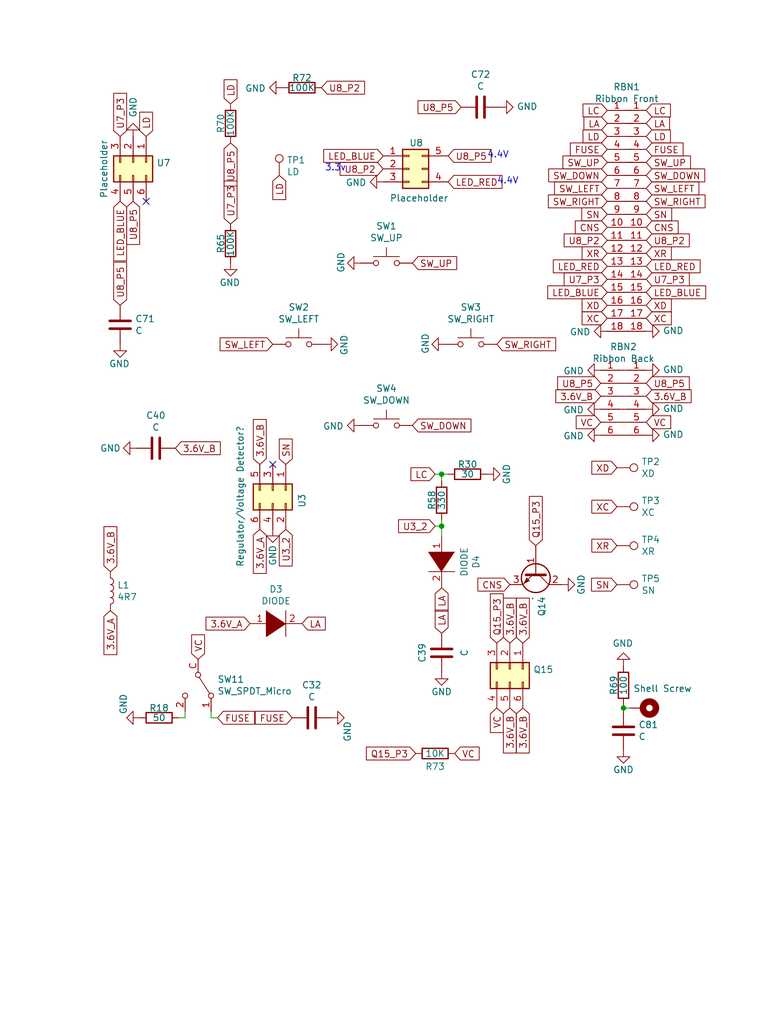
<source format=kicad_sch>
(kicad_sch (version 20230121) (generator eeschema)
  (paper "User" 150.012 200)
  (title_block (title "Power & Button Board") (company "HDR"))
  (lib_symbols
    (symbol "Connector:TestPoint" (pin_numbers hide) (pin_names (offset 0.762) hide)
      (property "Reference" "TP" (at 0 6.858 0))
      (property "Value" "TestPoint" (at 0 5.08 0))
      (symbol "TestPoint_0_1"
        (circle (center 0 3.302) (radius 0.762))
      )
      (symbol "TestPoint_1_1"
        (pin passive line (at 0 0 90) (length 2.54) (name "1") (number "1"))
      )
    )
    (symbol "Connector_Generic:3-2_Con_Placeholder" (pin_names (offset 1.016) hide)
      (property "Reference" "J" (at 1.27 5.08 0))
      (property "Value" "3-2_Con_Placeholder" (at 1.27 -5.08 0))
      (symbol "3-2_Con_Placeholder_1_1"
        (rectangle (start -1.27 -2.413) (end 0 -2.667) (stroke (width 0.1524)))
        (rectangle (start -1.27 0.127) (end 0 -0.127) (stroke (width 0.1524)))
        (rectangle (start -1.27 2.667) (end 0 2.413) (stroke (width 0.1524)))
        (rectangle (start -1.27 3.81) (end 3.81 -3.81) (stroke (width 0.254)) (fill (type background)))
        (rectangle (start 3.81 -2.413) (end 2.54 -2.667) (stroke (width 0.1524)))
        (rectangle (start 3.81 0.127) (end 2.54 -0.127) (stroke (width 0.1524)))
        (rectangle (start 3.81 2.667) (end 2.54 2.413) (stroke (width 0.1524)))
        (pin passive line (at -5.08 2.54 0) (length 3.81) (name "Pin_1") (number "1"))
        (pin passive line (at -5.08 0 0) (length 3.81) (name "Pin_2") (number "2"))
        (pin passive line (at -5.08 -2.54 0) (length 3.81) (name "Pin_3") (number "3"))
        (pin passive line (at 7.62 -2.54 180) (length 3.81) (name "Pin_4") (number "4"))
        (pin passive line (at 7.62 2.54 180) (length 3.81) (name "Pin_5") (number "5"))
      )
    )
    (symbol "Connector_Generic:Conn_02x03_Counter_Clockwise" (pin_names (offset 1.016) hide)
      (property "Reference" "J" (at 1.27 5.08 0))
      (property "Value" "Conn_02x03_Counter_Clockwise" (at 1.27 -5.08 0))
      (symbol "Conn_02x03_Counter_Clockwise_1_1"
        (rectangle (start -1.27 -2.413) (end 0 -2.667) (stroke (width 0.1524)))
        (rectangle (start -1.27 0.127) (end 0 -0.127) (stroke (width 0.1524)))
        (rectangle (start -1.27 2.667) (end 0 2.413) (stroke (width 0.1524)))
        (rectangle (start -1.27 3.81) (end 3.81 -3.81) (stroke (width 0.254)) (fill (type background)))
        (rectangle (start 3.81 -2.413) (end 2.54 -2.667) (stroke (width 0.1524)))
        (rectangle (start 3.81 0.127) (end 2.54 -0.127) (stroke (width 0.1524)))
        (rectangle (start 3.81 2.667) (end 2.54 2.413) (stroke (width 0.1524)))
        (pin passive line (at -5.08 2.54 0) (length 3.81) (name "Pin_1") (number "1"))
        (pin passive line (at -5.08 0 0) (length 3.81) (name "Pin_2") (number "2"))
        (pin passive line (at -5.08 -2.54 0) (length 3.81) (name "Pin_3") (number "3"))
        (pin passive line (at 7.62 -2.54 180) (length 3.81) (name "Pin_4") (number "4"))
        (pin passive line (at 7.62 0 180) (length 3.81) (name "Pin_5") (number "5"))
        (pin passive line (at 7.62 2.54 180) (length 3.81) (name "Pin_6") (number "6"))
      )
    )
    (symbol "Connector_Generic:Conn_02x03_Odd_Even" (pin_names (offset 1.016) hide)
      (property "Reference" "J" (at 1.27 5.08 0))
      (property "Value" "Conn_02x03_Odd_Even" (at 1.27 -5.08 0))
      (symbol "Conn_02x03_Odd_Even_1_1"
        (rectangle (start -1.27 -2.413) (end 0 -2.667) (stroke (width 0.1524)))
        (rectangle (start -1.27 0.127) (end 0 -0.127) (stroke (width 0.1524)))
        (rectangle (start -1.27 2.667) (end 0 2.413) (stroke (width 0.1524)))
        (rectangle (start -1.27 3.81) (end 3.81 -3.81) (stroke (width 0.254)) (fill (type background)))
        (rectangle (start 3.81 -2.413) (end 2.54 -2.667) (stroke (width 0.1524)))
        (rectangle (start 3.81 0.127) (end 2.54 -0.127) (stroke (width 0.1524)))
        (rectangle (start 3.81 2.667) (end 2.54 2.413) (stroke (width 0.1524)))
        (pin passive line (at -5.08 2.54 0) (length 3.81) (name "Pin_1") (number "1"))
        (pin passive line (at 7.62 2.54 180) (length 3.81) (name "Pin_2") (number "2"))
        (pin passive line (at -5.08 0 0) (length 3.81) (name "Pin_3") (number "3"))
        (pin passive line (at 7.62 0 180) (length 3.81) (name "Pin_4") (number "4"))
        (pin passive line (at -5.08 -2.54 0) (length 3.81) (name "Pin_5") (number "5"))
        (pin passive line (at 7.62 -2.54 180) (length 3.81) (name "Pin_6") (number "6"))
      )
    )
    (symbol "Device:C" (pin_numbers hide) (pin_names (offset 0.254))
      (property "Reference" "C" (at 0.635 2.54 0))
      (property "Value" "C" (at 0.635 -2.54 0))
      (symbol "C_0_1"
        (polyline (pts (xy -2.032 -0.762) (xy 2.032 -0.762)) (stroke (width 0.508)))
        (polyline (pts (xy -2.032 0.762) (xy 2.032 0.762)) (stroke (width 0.508)))
      )
      (symbol "C_1_1"
        (pin passive line (at 0 3.81 270) (length 2.794) (name "~") (number "1"))
        (pin passive line (at 0 -3.81 90) (length 2.794) (name "~") (number "2"))
      )
    )
    (symbol "Device:L" (pin_numbers hide) (pin_names (offset 1.016) hide)
      (property "Reference" "L" (at -1.27 0 90))
      (property "Value" "L" (at 1.905 0 90))
      (symbol "L_0_1"
        (arc (start 0 -2.54) (mid 0.6323 -1.905) (end 0 -1.27))
        (arc (start 0 -1.27) (mid 0.6323 -0.635) (end 0 0))
        (arc (start 0 0) (mid 0.6323 0.635) (end 0 1.27))
        (arc (start 0 1.27) (mid 0.6323 1.905) (end 0 2.54))
      )
      (symbol "L_1_1"
        (pin passive line (at 0 3.81 270) (length 1.27) (name "1") (number "1"))
        (pin passive line (at 0 -3.81 90) (length 1.27) (name "2") (number "2"))
      )
    )
    (symbol "Device:Q_NPN_BCE" (pin_names (offset 0) hide)
      (property "Reference" "Q" (at 5.08 1.27 0))
      (property "Value" "Q_NPN_BCE" (at 5.08 -1.27 0))
      (symbol "Q_NPN_BCE_0_1"
        (polyline (pts (xy 0.635 0.635) (xy 2.54 2.54)))
        (polyline (pts (xy 0.635 -0.635) (xy 2.54 -2.54) (xy 2.54 -2.54)))
        (polyline (pts (xy 0.635 1.905) (xy 0.635 -1.905) (xy 0.635 -1.905)) (stroke (width 0.508)))
        (polyline (pts (xy 1.27 -1.778) (xy 1.778 -1.27) (xy 2.286 -2.286) (xy 1.27 -1.778) (xy 1.27 -1.778)) (fill (type outline)))
        (circle (center 1.27 0) (radius 2.8194) (stroke (width 0.254)))
      )
      (symbol "Q_NPN_BCE_1_1"
        (pin input line (at -5.08 0 0) (length 5.715) (name "B") (number "1"))
        (pin passive line (at 2.54 5.08 270) (length 2.54) (name "C") (number "2"))
        (pin passive line (at 2.54 -5.08 90) (length 2.54) (name "E") (number "3"))
      )
    )
    (symbol "Device:R" (pin_numbers hide) (pin_names (offset 0))
      (property "Reference" "R" (at 2.032 0 90))
      (property "Value" "R" (at 0 0 90))
      (symbol "R_0_1"
        (rectangle (start -1.016 -2.54) (end 1.016 2.54) (stroke (width 0.254)))
      )
      (symbol "R_1_1"
        (pin passive line (at 0 3.81 270) (length 1.27) (name "~") (number "1"))
        (pin passive line (at 0 -3.81 90) (length 1.27) (name "~") (number "2"))
      )
    )
    (symbol "Gameboy_Micro_Schematic-rescue:Conn_Passtrough_17-custom" (pin_names (offset 1.016) hide)
      (property "Reference" "J" (at 0 8.89 0))
      (property "Value" "Conn_Passtrough_17-custom" (at -2.54 -43.18 0))
      (symbol "Conn_Passtrough_17-custom_1_1"
        (polyline (pts (xy 0 -6.35) (xy 0.762 -6.35)) (stroke (width 0.1524)))
        (polyline (pts (xy 0 -3.81) (xy 0.762 -3.81)) (stroke (width 0.1524)))
        (polyline (pts (xy 0 -1.27) (xy 0.762 -1.27)) (stroke (width 0.1524)))
        (polyline (pts (xy 0 1.27) (xy 0.762 1.27)) (stroke (width 0.1524)))
        (polyline (pts (xy 0 3.81) (xy 0.762 3.81)) (stroke (width 0.1524)))
        (polyline (pts (xy 0 6.35) (xy 0.762 6.35)) (stroke (width 0.1524)))
        (polyline (pts (xy 1.27 -6.35) (xy 0.508 -6.35)) (stroke (width 0.1524)))
        (polyline (pts (xy 1.27 -3.81) (xy 0.508 -3.81)) (stroke (width 0.1524)))
        (polyline (pts (xy 1.27 -1.27) (xy 0.508 -1.27)) (stroke (width 0.1524)))
        (polyline (pts (xy 1.27 1.27) (xy 0.508 1.27)) (stroke (width 0.1524)))
        (polyline (pts (xy 1.27 3.81) (xy 0.508 3.81)) (stroke (width 0.1524)))
        (polyline (pts (xy 1.27 6.35) (xy 0.508 6.35)) (stroke (width 0.1524)))
        (pin passive line (at -3.81 6.35 0) (length 3.81) (name "Pin_1") (number "1"))
        (pin passive line (at 3.81 6.35 180) (length 3.81) (name "Pin_1") (number "1"))
        (pin passive line (at -3.81 -16.51 0) (length 3.81) (name "Pin_10") (number "10"))
        (pin passive line (at 3.81 -16.51 180) (length 3.81) (name "Pin_10") (number "10"))
        (pin passive line (at -3.81 -19.05 0) (length 3.81) (name "Pin_11") (number "11"))
        (pin passive line (at 3.81 -19.05 180) (length 3.81) (name "Pin_11") (number "11"))
        (pin passive line (at -3.81 -21.59 0) (length 3.81) (name "Pin_12") (number "12"))
        (pin passive line (at 3.81 -21.59 180) (length 3.81) (name "Pin_12") (number "12"))
        (pin passive line (at -3.81 -24.13 0) (length 3.81) (name "Pin_13") (number "13"))
        (pin passive line (at 3.81 -24.13 180) (length 3.81) (name "Pin_13") (number "13"))
        (pin passive line (at -3.81 -26.67 0) (length 3.81) (name "Pin_14") (number "14"))
        (pin passive line (at 3.81 -26.67 180) (length 3.81) (name "Pin_14") (number "14"))
        (pin passive line (at -3.81 -29.21 0) (length 3.81) (name "Pin_15") (number "15"))
        (pin passive line (at 3.81 -29.21 180) (length 3.81) (name "Pin_15") (number "15"))
        (pin passive line (at -3.81 -31.75 0) (length 3.81) (name "Pin_16") (number "16"))
        (pin passive line (at 3.81 -31.75 180) (length 3.81) (name "Pin_16") (number "16"))
        (pin passive line (at -3.81 -34.29 0) (length 3.81) (name "Pin_17") (number "17"))
        (pin passive line (at 3.81 -34.29 180) (length 3.81) (name "Pin_17") (number "17"))
        (pin passive line (at -3.81 -36.83 0) (length 3.81) (name "Pin_18") (number "18"))
        (pin passive line (at 3.81 -36.83 180) (length 3.81) (name "Pin_18") (number "18"))
        (pin passive line (at -3.81 3.81 0) (length 3.81) (name "Pin_2") (number "2"))
        (pin passive line (at 3.81 3.81 180) (length 3.81) (name "Pin_2") (number "2"))
        (pin passive line (at -3.81 1.27 0) (length 3.81) (name "Pin_3") (number "3"))
        (pin passive line (at 3.81 1.27 180) (length 3.81) (name "Pin_3") (number "3"))
        (pin passive line (at -3.81 -1.27 0) (length 3.81) (name "Pin_4") (number "4"))
        (pin passive line (at 3.81 -1.27 180) (length 3.81) (name "Pin_4") (number "4"))
        (pin passive line (at -3.81 -3.81 0) (length 3.81) (name "Pin_5") (number "5"))
        (pin passive line (at 3.81 -3.81 180) (length 3.81) (name "Pin_5") (number "5"))
        (pin passive line (at -3.81 -6.35 0) (length 3.81) (name "Pin_6") (number "6"))
        (pin passive line (at 3.81 -6.35 180) (length 3.81) (name "Pin_6") (number "6"))
        (pin passive line (at -3.81 -8.89 0) (length 3.81) (name "Pin_7") (number "7"))
        (pin passive line (at 3.81 -8.89 180) (length 3.81) (name "Pin_7") (number "7"))
        (pin passive line (at -3.81 -11.43 0) (length 3.81) (name "Pin_8") (number "8"))
        (pin passive line (at 3.81 -11.43 180) (length 3.81) (name "Pin_8") (number "8"))
        (pin passive line (at -3.81 -13.97 0) (length 3.81) (name "Pin_9") (number "9"))
        (pin passive line (at 3.81 -13.97 180) (length 3.81) (name "Pin_9") (number "9"))
      )
    )
    (symbol "Gameboy_Micro_Schematic-rescue:Conn_Passtrough_6-custom" (pin_names (offset 1.016) hide)
      (property "Reference" "J" (at 0 8.89 0))
      (property "Value" "Conn_Passtrough_6-custom" (at 0 -8.89 0))
      (symbol "Conn_Passtrough_6-custom_1_1"
        (polyline (pts (xy 0 -6.35) (xy 0.762 -6.35)) (stroke (width 0.1524)))
        (polyline (pts (xy 0 -3.81) (xy 0.762 -3.81)) (stroke (width 0.1524)))
        (polyline (pts (xy 0 -1.27) (xy 0.762 -1.27)) (stroke (width 0.1524)))
        (polyline (pts (xy 0 1.27) (xy 0.762 1.27)) (stroke (width 0.1524)))
        (polyline (pts (xy 0 3.81) (xy 0.762 3.81)) (stroke (width 0.1524)))
        (polyline (pts (xy 0 6.35) (xy 0.762 6.35)) (stroke (width 0.1524)))
        (polyline (pts (xy 1.27 -6.35) (xy 0.508 -6.35)) (stroke (width 0.1524)))
        (polyline (pts (xy 1.27 -3.81) (xy 0.508 -3.81)) (stroke (width 0.1524)))
        (polyline (pts (xy 1.27 -1.27) (xy 0.508 -1.27)) (stroke (width 0.1524)))
        (polyline (pts (xy 1.27 1.27) (xy 0.508 1.27)) (stroke (width 0.1524)))
        (polyline (pts (xy 1.27 3.81) (xy 0.508 3.81)) (stroke (width 0.1524)))
        (polyline (pts (xy 1.27 6.35) (xy 0.508 6.35)) (stroke (width 0.1524)))
        (pin passive line (at -3.81 6.35 0) (length 3.81) (name "Pin_1") (number "1"))
        (pin passive line (at 5.08 6.35 180) (length 3.81) (name "Pin_1") (number "1"))
        (pin passive line (at -3.81 3.81 0) (length 3.81) (name "Pin_2") (number "2"))
        (pin passive line (at 5.08 3.81 180) (length 3.81) (name "Pin_2") (number "2"))
        (pin passive line (at -3.81 1.27 0) (length 3.81) (name "Pin_3") (number "3"))
        (pin passive line (at 5.08 1.27 180) (length 3.81) (name "Pin_3") (number "3"))
        (pin passive line (at -3.81 -1.27 0) (length 3.81) (name "Pin_4") (number "4"))
        (pin passive line (at 5.08 -1.27 180) (length 3.81) (name "Pin_4") (number "4"))
        (pin passive line (at -3.81 -3.81 0) (length 3.81) (name "Pin_5") (number "5"))
        (pin passive line (at 5.08 -3.81 180) (length 3.81) (name "Pin_5") (number "5"))
        (pin passive line (at -3.81 -6.35 0) (length 3.81) (name "Pin_6") (number "6"))
        (pin passive line (at 5.08 -6.35 180) (length 3.81) (name "Pin_6") (number "6"))
      )
    )
    (symbol "Gameboy_Micro_Schematic-rescue:SW_SPDT_Micro-custom" (pin_names (offset 0) hide)
      (property "Reference" "SW" (at 0 4.318 0))
      (property "Value" "SW_SPDT_Micro-custom" (at 0 -5.08 0))
      (symbol "SW_SPDT_Micro-custom_0_0"
        (circle (center -2.032 0) (radius 0.508))
        (circle (center 2.032 -2.54) (radius 0.508))
      )
      (symbol "SW_SPDT_Micro-custom_0_1"
        (polyline (pts (xy -1.524 0.254) (xy 1.651 2.286)))
        (circle (center 2.032 2.54) (radius 0.508))
      )
      (symbol "SW_SPDT_Micro-custom_1_1"
        (pin passive line (at 5.08 2.54 180) (length 2.54) (name "A") (number "1"))
        (pin passive line (at 5.08 -2.54 180) (length 2.54) (name "B") (number "2"))
        (pin passive line (at -5.08 0 0) (length 2.54) (name "C") (number "C"))
      )
    )
    (symbol "Mechanical:MountingHole_Pad" (pin_numbers hide) (pin_names (offset 1.016) hide)
      (property "Reference" "H" (at 0 6.35 0))
      (property "Value" "MountingHole_Pad" (at 0 4.445 0))
      (symbol "MountingHole_Pad_0_1"
        (circle (center 0 1.27) (radius 1.27) (stroke (width 1.27)))
      )
      (symbol "MountingHole_Pad_1_1"
        (pin input line (at 0 -2.54 90) (length 2.54) (name "1") (number "1"))
      )
    )
    (symbol "Switch:SW_Push" (pin_numbers hide) (pin_names (offset 1.016) hide)
      (property "Reference" "SW" (at 1.27 2.54 0))
      (property "Value" "SW_Push" (at 0 -1.524 0))
      (symbol "SW_Push_0_1"
        (circle (center -2.032 0) (radius 0.508))
        (polyline (pts (xy 0 1.27) (xy 0 3.048)))
        (polyline (pts (xy 2.54 1.27) (xy -2.54 1.27)))
        (circle (center 2.032 0) (radius 0.508))
        (pin passive line (at -5.08 0 0) (length 2.54) (name "1") (number "1"))
        (pin passive line (at 5.08 0 180) (length 2.54) (name "2") (number "2"))
      )
    )
    (symbol "power:GND" (power) (pin_names (offset 0))
      (property "Value" "GND" (at 0 -3.81 0))
      (symbol "GND_0_1"
        (polyline (pts (xy 0 0) (xy 0 -1.27) (xy 1.27 -1.27) (xy 0 -2.54) (xy -1.27 -1.27) (xy 0 -1.27)))
      )
      (symbol "GND_1_1"
        (pin power_in line (at 0 0 270) (length 0) hide (name "GND") (number "1"))
      )
    )
    (symbol "pspice:DIODE" (pin_names (offset 1.016) hide)
      (property "Reference" "D" (at 0 3.81 0))
      (property "Value" "DIODE" (at 0 -4.445 0))
      (symbol "DIODE_0_1"
        (polyline (pts (xy 1.905 2.54) (xy 1.905 -2.54)))
        (polyline (pts (xy -1.905 2.54) (xy -1.905 -2.54) (xy 1.905 0)) (fill (type outline)))
      )
      (symbol "DIODE_1_1"
        (pin input line (at -5.08 0 0) (length 3.81) (name "K") (number "1"))
        (pin input line (at 5.08 0 180) (length 3.81) (name "A") (number "2"))
      )
    )
  )
  (junction (at 86.36 92.71))
  (junction (at 86.36 102.87))
  (junction (at 121.92 138.43))
  (no_connect (at 53.34 90.805))
  (no_connect (at 28.575 39.37))
  (wire (pts (xy 41.275 139.065) (xy 41.275 140.335)))
  (wire (pts (xy 86.36 104.775) (xy 86.36 102.87)))
  (wire (pts (xy 36.195 139.065) (xy 36.195 140.335)))
  (wire (pts (xy 86.36 93.98) (xy 86.36 92.71)))
  (wire (pts (xy 41.275 140.335) (xy 42.545 140.335)))
  (wire (pts (xy 36.195 140.335) (xy 34.925 140.335)))
  (wire (pts (xy 85.09 102.87) (xy 86.36 102.87)))
  (wire (pts (xy 121.92 138.43) (xy 121.92 139.065)))
  (wire (pts (xy 86.36 92.71) (xy 87.63 92.71)))
  (wire (pts (xy 121.92 137.795) (xy 121.92 138.43)))
  (wire (pts (xy 86.36 102.87) (xy 86.36 101.6)))
  (wire (pts (xy 86.36 92.71) (xy 85.09 92.71)))
  (wire (pts (xy 121.92 138.43) (xy 123.19 138.43)))
  (text "4.4V" (at 95.25 31.115 0) (effects (font (size 1.27 1.27)) (justify left bottom)))
  (text "3.3v" (at 63.5 33.655 0) (effects (font (size 1.27 1.27)) (justify left bottom)))
  (text "4.4V" (at 97.155 36.195 0) (effects (font (size 1.27 1.27)) (justify left bottom)))
  (global_label "LED_RED" (shape input) (at 87.63 35.56 0) (property "Intersheetrefs" "${INTERSHEET_REFS}" (effects hide)))
  (global_label "VC" (shape input) (at 117.475 82.55 180) (property "Intersheetrefs" "${INTERSHEET_REFS}" (effects hide)))
  (global_label "SW_DOWN" (shape input) (at 80.645 83.185 0) (property "Intersheetrefs" "${INTERSHEET_REFS}" (effects hide)))
  (global_label "3.6V_B" (shape input) (at 102.235 138.43 270) (property "Intersheetrefs" "${INTERSHEET_REFS}" (effects hide)))
  (global_label "U8_P5" (shape input) (at 26.035 39.37 270) (property "Intersheetrefs" "${INTERSHEET_REFS}" (effects hide)))
  (global_label "SW_UP" (shape input) (at 126.365 31.75 0) (property "Intersheetrefs" "${INTERSHEET_REFS}" (effects hide)))
  (global_label "3.6V_A" (shape input) (at 50.8 103.505 270) (property "Intersheetrefs" "${INTERSHEET_REFS}" (effects hide)))
  (global_label "U8_P2" (shape input) (at 118.745 46.99 180) (property "Intersheetrefs" "${INTERSHEET_REFS}" (effects hide)))
  (global_label "U7_P3" (shape input) (at 23.495 26.67 90) (property "Intersheetrefs" "${INTERSHEET_REFS}" (effects hide)))
  (global_label "FUSE" (shape input) (at 42.545 140.335 0) (property "Intersheetrefs" "${INTERSHEET_REFS}" (effects hide)))
  (global_label "Q15_P3" (shape input) (at 97.155 125.73 90) (property "Intersheetrefs" "${INTERSHEET_REFS}" (effects hide)))
  (global_label "XR" (shape input) (at 126.365 49.53 0) (property "Intersheetrefs" "${INTERSHEET_REFS}" (effects hide)))
  (global_label "LED_RED" (shape input) (at 126.365 52.07 0) (property "Intersheetrefs" "${INTERSHEET_REFS}" (effects hide)))
  (global_label "XR" (shape input) (at 118.745 49.53 180) (property "Intersheetrefs" "${INTERSHEET_REFS}" (effects hide)))
  (global_label "SW_LEFT" (shape input) (at 53.34 67.31 180) (property "Intersheetrefs" "${INTERSHEET_REFS}" (effects hide)))
  (global_label "SW_LEFT" (shape input) (at 118.745 36.83 180) (property "Intersheetrefs" "${INTERSHEET_REFS}" (effects hide)))
  (global_label "3.6V_B" (shape input) (at 126.365 77.47 0) (property "Intersheetrefs" "${INTERSHEET_REFS}" (effects hide)))
  (global_label "CNS" (shape input) (at 99.695 114.3 180) (property "Intersheetrefs" "${INTERSHEET_REFS}" (effects hide)))
  (global_label "LD" (shape input) (at 118.745 26.67 180) (property "Intersheetrefs" "${INTERSHEET_REFS}" (effects hide)))
  (global_label "SW_UP" (shape input) (at 118.745 31.75 180) (property "Intersheetrefs" "${INTERSHEET_REFS}" (effects hide)))
  (global_label "LD" (shape input) (at 45.085 20.32 90) (property "Intersheetrefs" "${INTERSHEET_REFS}" (effects hide)))
  (global_label "LED_BLUE" (shape input) (at 74.93 30.48 180) (property "Intersheetrefs" "${INTERSHEET_REFS}" (effects hide)))
  (global_label "CNS" (shape input) (at 126.365 44.45 0) (property "Intersheetrefs" "${INTERSHEET_REFS}" (effects hide)))
  (global_label "XD" (shape input) (at 118.745 59.69 180) (property "Intersheetrefs" "${INTERSHEET_REFS}" (effects hide)))
  (global_label "3.6V_B" (shape input) (at 99.695 138.43 270) (property "Intersheetrefs" "${INTERSHEET_REFS}" (effects hide)))
  (global_label "U7_P3" (shape input) (at 118.745 54.61 180) (property "Intersheetrefs" "${INTERSHEET_REFS}" (effects hide)))
  (global_label "LA" (shape input) (at 86.36 114.935 270) (property "Intersheetrefs" "${INTERSHEET_REFS}" (effects hide)))
  (global_label "3.6V_B" (shape input) (at 117.475 77.47 180) (property "Intersheetrefs" "${INTERSHEET_REFS}" (effects hide)))
  (global_label "XD" (shape input) (at 120.65 91.44 180) (property "Intersheetrefs" "${INTERSHEET_REFS}" (effects hide)))
  (global_label "SW_RIGHT" (shape input) (at 118.745 39.37 180) (property "Intersheetrefs" "${INTERSHEET_REFS}" (effects hide)))
  (global_label "LA" (shape input) (at 59.055 121.92 0) (property "Intersheetrefs" "${INTERSHEET_REFS}" (effects hide)))
  (global_label "Q15_P3" (shape input) (at 81.28 147.32 180) (property "Intersheetrefs" "${INTERSHEET_REFS}" (effects hide)))
  (global_label "SN" (shape input) (at 118.745 41.91 180) (property "Intersheetrefs" "${INTERSHEET_REFS}" (effects hide)))
  (global_label "VC" (shape input) (at 38.735 128.905 90) (property "Intersheetrefs" "${INTERSHEET_REFS}" (effects hide)))
  (global_label "U8_P5" (shape input) (at 23.495 59.69 90) (property "Intersheetrefs" "${INTERSHEET_REFS}" (effects hide)))
  (global_label "LA" (shape input) (at 86.36 123.825 90) (property "Intersheetrefs" "${INTERSHEET_REFS}" (effects hide)))
  (global_label "LC" (shape input) (at 126.365 21.59 0) (property "Intersheetrefs" "${INTERSHEET_REFS}" (effects hide)))
  (global_label "FUSE" (shape input) (at 118.745 29.21 180) (property "Intersheetrefs" "${INTERSHEET_REFS}" (effects hide)))
  (global_label "LD" (shape input) (at 126.365 26.67 0) (property "Intersheetrefs" "${INTERSHEET_REFS}" (effects hide)))
  (global_label "SN" (shape input) (at 55.88 90.805 90) (property "Intersheetrefs" "${INTERSHEET_REFS}" (effects hide)))
  (global_label "LA" (shape input) (at 118.745 24.13 180) (property "Intersheetrefs" "${INTERSHEET_REFS}" (effects hide)))
  (global_label "SW_DOWN" (shape input) (at 118.745 34.29 180) (property "Intersheetrefs" "${INTERSHEET_REFS}" (effects hide)))
  (global_label "3.6V_B" (shape input) (at 102.235 125.73 90) (property "Intersheetrefs" "${INTERSHEET_REFS}" (effects hide)))
  (global_label "U8_P5" (shape input) (at 90.17 20.955 180) (property "Intersheetrefs" "${INTERSHEET_REFS}" (effects hide)))
  (global_label "3.6V_A" (shape input) (at 48.895 121.92 180) (property "Intersheetrefs" "${INTERSHEET_REFS}" (effects hide)))
  (global_label "U8_P5" (shape input) (at 45.085 27.94 270) (property "Intersheetrefs" "${INTERSHEET_REFS}" (effects hide)))
  (global_label "SN" (shape input) (at 126.365 41.91 0) (property "Intersheetrefs" "${INTERSHEET_REFS}" (effects hide)))
  (global_label "U8_P2" (shape input) (at 62.865 17.145 0) (property "Intersheetrefs" "${INTERSHEET_REFS}" (effects hide)))
  (global_label "LED_BLUE" (shape input) (at 126.365 57.15 0) (property "Intersheetrefs" "${INTERSHEET_REFS}" (effects hide)))
  (global_label "U8_P5" (shape input) (at 87.63 30.48 0) (property "Intersheetrefs" "${INTERSHEET_REFS}" (effects hide)))
  (global_label "CNS" (shape input) (at 118.745 44.45 180) (property "Intersheetrefs" "${INTERSHEET_REFS}" (effects hide)))
  (global_label "U3_2" (shape input) (at 55.88 103.505 270) (property "Intersheetrefs" "${INTERSHEET_REFS}" (effects hide)))
  (global_label "VC" (shape input) (at 88.9 147.32 0) (property "Intersheetrefs" "${INTERSHEET_REFS}" (effects hide)))
  (global_label "SW_UP" (shape input) (at 80.645 51.435 0) (property "Intersheetrefs" "${INTERSHEET_REFS}" (effects hide)))
  (global_label "U8_P5" (shape input) (at 117.475 74.93 180) (property "Intersheetrefs" "${INTERSHEET_REFS}" (effects hide)))
  (global_label "LA" (shape input) (at 126.365 24.13 0) (property "Intersheetrefs" "${INTERSHEET_REFS}" (effects hide)))
  (global_label "3.6V_A" (shape input) (at 21.59 119.38 270) (property "Intersheetrefs" "${INTERSHEET_REFS}" (effects hide)))
  (global_label "U8_P5" (shape input) (at 126.365 74.93 0) (property "Intersheetrefs" "${INTERSHEET_REFS}" (effects hide)))
  (global_label "XC" (shape input) (at 120.65 99.06 180) (property "Intersheetrefs" "${INTERSHEET_REFS}" (effects hide)))
  (global_label "LD" (shape input) (at 54.61 34.29 270) (property "Intersheetrefs" "${INTERSHEET_REFS}" (effects hide)))
  (global_label "3.6V_B" (shape input) (at 21.59 111.76 90) (property "Intersheetrefs" "${INTERSHEET_REFS}" (effects hide)))
  (global_label "XR" (shape input) (at 120.65 106.68 180) (property "Intersheetrefs" "${INTERSHEET_REFS}" (effects hide)))
  (global_label "3.6V_B" (shape input) (at 99.695 125.73 90) (property "Intersheetrefs" "${INTERSHEET_REFS}" (effects hide)))
  (global_label "LD" (shape input) (at 28.575 26.67 90) (property "Intersheetrefs" "${INTERSHEET_REFS}" (effects hide)))
  (global_label "SN" (shape input) (at 120.65 114.3 180) (property "Intersheetrefs" "${INTERSHEET_REFS}" (effects hide)))
  (global_label "XC" (shape input) (at 118.745 62.23 180) (property "Intersheetrefs" "${INTERSHEET_REFS}" (effects hide)))
  (global_label "VC" (shape input) (at 126.365 82.55 0) (property "Intersheetrefs" "${INTERSHEET_REFS}" (effects hide)))
  (global_label "FUSE" (shape input) (at 126.365 29.21 0) (property "Intersheetrefs" "${INTERSHEET_REFS}" (effects hide)))
  (global_label "SW_RIGHT" (shape input) (at 97.155 67.31 0) (property "Intersheetrefs" "${INTERSHEET_REFS}" (effects hide)))
  (global_label "XD" (shape input) (at 126.365 59.69 0) (property "Intersheetrefs" "${INTERSHEET_REFS}" (effects hide)))
  (global_label "U7_P3" (shape input) (at 45.085 43.815 90) (property "Intersheetrefs" "${INTERSHEET_REFS}" (effects hide)))
  (global_label "LED_BLUE" (shape input) (at 118.745 57.15 180) (property "Intersheetrefs" "${INTERSHEET_REFS}" (effects hide)))
  (global_label "U8_P2" (shape input) (at 126.365 46.99 0) (property "Intersheetrefs" "${INTERSHEET_REFS}" (effects hide)))
  (global_label "U7_P3" (shape input) (at 126.365 54.61 0) (property "Intersheetrefs" "${INTERSHEET_REFS}" (effects hide)))
  (global_label "3.6V_B" (shape input) (at 34.29 87.63 0) (property "Intersheetrefs" "${INTERSHEET_REFS}" (effects hide)))
  (global_label "U3_2" (shape input) (at 85.09 102.87 180) (property "Intersheetrefs" "${INTERSHEET_REFS}" (effects hide)))
  (global_label "FUSE" (shape input) (at 57.15 140.335 180) (property "Intersheetrefs" "${INTERSHEET_REFS}" (effects hide)))
  (global_label "LC" (shape input) (at 118.745 21.59 180) (property "Intersheetrefs" "${INTERSHEET_REFS}" (effects hide)))
  (global_label "XC" (shape input) (at 126.365 62.23 0) (property "Intersheetrefs" "${INTERSHEET_REFS}" (effects hide)))
  (global_label "SW_RIGHT" (shape input) (at 126.365 39.37 0) (property "Intersheetrefs" "${INTERSHEET_REFS}" (effects hide)))
  (global_label "SW_LEFT" (shape input) (at 126.365 36.83 0) (property "Intersheetrefs" "${INTERSHEET_REFS}" (effects hide)))
  (global_label "LED_BLUE" (shape input) (at 23.495 39.37 270) (property "Intersheetrefs" "${INTERSHEET_REFS}" (effects hide)))
  (global_label "VC" (shape input) (at 97.155 138.43 270) (property "Intersheetrefs" "${INTERSHEET_REFS}" (effects hide)))
  (global_label "LED_RED" (shape input) (at 118.745 52.07 180) (property "Intersheetrefs" "${INTERSHEET_REFS}" (effects hide)))
  (global_label "SW_DOWN" (shape input) (at 126.365 34.29 0) (property "Intersheetrefs" "${INTERSHEET_REFS}" (effects hide)))
  (global_label "U8_P2" (shape input) (at 74.93 33.02 180) (property "Intersheetrefs" "${INTERSHEET_REFS}" (effects hide)))
  (global_label "Q15_P3" (shape input) (at 104.775 106.68 90) (property "Intersheetrefs" "${INTERSHEET_REFS}" (effects hide)))
  (global_label "3.6V_B" (shape input) (at 50.8 90.805 90) (property "Intersheetrefs" "${INTERSHEET_REFS}" (effects hide)))
  (global_label "LC" (shape input) (at 85.09 92.71 180) (property "Intersheetrefs" "${INTERSHEET_REFS}" (effects hide)))
  (symbol (lib_id "Switch:SW_Push") (at 58.42 67.31 0) (unit 1)
    (property "Reference" "SW2" (at 58.42 60.071 0))
    (property "Value" "SW_LEFT" (at 58.42 62.3824 0))
  )
  (symbol (lib_id "Switch:SW_Push") (at 75.565 51.435 0) (unit 1)
    (property "Reference" "SW1" (at 75.565 44.196 0))
    (property "Value" "SW_UP" (at 75.565 46.5074 0))
  )
  (symbol (lib_id "Switch:SW_Push") (at 92.075 67.31 0) (unit 1)
    (property "Reference" "SW3" (at 92.075 60.071 0))
    (property "Value" "SW_RIGHT" (at 92.075 62.3824 0))
  )
  (symbol (lib_id "Switch:SW_Push") (at 75.565 83.185 0) (unit 1)
    (property "Reference" "SW4" (at 75.565 75.946 0))
    (property "Value" "SW_DOWN" (at 75.565 78.2574 0))
  )
  (symbol (lib_id "Device:R") (at 59.055 17.145 270) (unit 1)
    (property "Reference" "R72" (at 59.055 15.24 90))
    (property "Value" "100K" (at 59.055 17.145 90))
  )
  (symbol (lib_id "Device:R") (at 45.085 24.13 0) (unit 1)
    (property "Reference" "R70" (at 43.18 24.13 90))
    (property "Value" "100K" (at 45.085 24.13 90))
  )
  (symbol (lib_id "Device:R") (at 45.085 47.625 0) (unit 1)
    (property "Reference" "R65" (at 43.18 47.625 90))
    (property "Value" "100K" (at 45.085 47.625 90))
  )
  (symbol (lib_id "Device:C") (at 23.495 63.5 0) (unit 1)
    (property "Reference" "C71" (at 26.416 62.3316 0) (effects (justify left)))
    (property "Value" "C" (at 26.416 64.643 0) (effects (justify left)))
  )
  (symbol (lib_id "Device:C") (at 93.98 20.955 90) (unit 1)
    (property "Reference" "C72" (at 93.98 14.5542 90))
    (property "Value" "C" (at 93.98 16.8656 90))
  )
  (symbol (lib_id "Device:R") (at 91.44 92.71 270) (unit 1)
    (property "Reference" "R30" (at 91.44 90.805 90))
    (property "Value" "30" (at 91.44 92.71 90))
  )
  (symbol (lib_id "Device:C") (at 30.48 87.63 90) (unit 1)
    (property "Reference" "C40" (at 30.48 81.2292 90))
    (property "Value" "C" (at 30.48 83.5406 90))
  )
  (symbol (lib_id "Device:R") (at 86.36 97.79 0) (unit 1)
    (property "Reference" "R58" (at 84.455 97.79 90))
    (property "Value" "330" (at 86.36 97.79 90))
  )
  (symbol (lib_id "pspice:DIODE") (at 86.36 109.855 270) (unit 1)
    (property "Reference" "D4" (at 93.091 109.855 0))
    (property "Value" "DIODE" (at 90.7796 109.855 0))
  )
  (symbol (lib_id "Device:L") (at 21.59 115.57 0) (unit 1)
    (property "Reference" "L1" (at 22.9108 114.4016 0) (effects (justify left)))
    (property "Value" "4R7" (at 22.9108 116.713 0) (effects (justify left)))
  )
  (symbol (lib_id "pspice:DIODE") (at 53.975 121.92 0) (unit 1)
    (property "Reference" "D3" (at 53.975 115.189 0))
    (property "Value" "DIODE" (at 53.975 117.5004 0))
  )
  (symbol (lib_id "Device:R") (at 85.09 147.32 90) (unit 1)
    (property "Reference" "R73" (at 85.09 149.86 90))
    (property "Value" "10K" (at 85.09 147.32 90))
  )
  (symbol (lib_id "Device:C") (at 60.96 140.335 90) (unit 1)
    (property "Reference" "C32" (at 60.96 133.9342 90))
    (property "Value" "C" (at 60.96 136.2456 90))
  )
  (symbol (lib_id "Device:Q_NPN_BCE") (at 104.775 111.76 270) (unit 1)
    (property "Reference" "Q14" (at 105.9434 116.586 0) (effects (justify left)))
    (property "Value" "." (at 103.632 116.586 0) (effects (justify left)))
  )
  (symbol (lib_id "Connector_Generic:Conn_02x03_Odd_Even") (at 53.34 95.885 270) (unit 1)
    (property "Reference" "U3" (at 59.055 96.52 0) (effects (justify left)))
    (property "Value" "Regulator/Voltage Detector?" (at 46.99 83.185 0) (effects (justify left)))
  )
  (symbol (lib_id "Device:R") (at 121.92 133.985 180) (unit 1)
    (property "Reference" "R69" (at 120.015 133.985 90))
    (property "Value" "100" (at 121.92 133.985 90))
  )
  (symbol (lib_id "Device:C") (at 121.92 142.875 180) (unit 1)
    (property "Reference" "C81" (at 124.841 141.7066 0) (effects (justify right)))
    (property "Value" "C" (at 124.841 144.018 0) (effects (justify right)))
  )
  (symbol (lib_id "power:GND") (at 70.485 51.435 270) (unit 1)
    (property "Reference" "#PWR?" (effects hide))
    (property "Value" "GND" (at 66.675 53.34 0) (effects (justify right)))
  )
  (symbol (lib_id "power:GND") (at 70.485 83.185 270) (unit 1)
    (property "Reference" "#PWR?" (effects hide))
    (property "Value" "GND" (at 67.2338 83.312 90) (effects (justify right)))
  )
  (symbol (lib_id "power:GND") (at 27.305 140.335 270) (unit 1)
    (property "Reference" "#PWR?" (effects hide))
    (property "Value" "GND" (at 24.13 139.7 0) (effects (justify right)))
  )
  (symbol (lib_id "Device:R") (at 31.115 140.335 270) (unit 1)
    (property "Reference" "R18" (at 31.115 138.43 90))
    (property "Value" "50" (at 31.115 140.335 90))
  )
  (symbol (lib_id "power:GND") (at 121.92 130.175 180) (unit 1)
    (property "Reference" "#PWR?" (effects hide))
    (property "Value" "GND" (at 121.793 125.7808 0))
  )
  (symbol (lib_id "power:GND") (at 121.92 146.685 0) (unit 1)
    (property "Reference" "#PWR?" (effects hide))
    (property "Value" "GND" (at 121.92 150.495 0))
  )
  (symbol (lib_id "Mechanical:MountingHole_Pad") (at 125.73 138.43 270) (unit 1)
    (property "Reference" "H1" (effects hide))
    (property "Value" "Shell Screw" (at 123.825 134.62 90) (effects (justify left)))
  )
  (symbol (lib_id "Gameboy_Micro_Schematic-rescue:Conn_Passtrough_17-custom") (at 122.555 27.94 0) (unit 1)
    (property "Reference" "RBN1" (at 122.555 16.9926 0))
    (property "Value" "Ribbon Front" (at 122.555 19.304 0))
  )
  (symbol (lib_id "Gameboy_Micro_Schematic-rescue:Conn_Passtrough_6-custom") (at 121.285 78.74 0) (unit 1)
    (property "Reference" "RBN2" (at 121.92 67.7926 0))
    (property "Value" "Ribbon Back" (at 121.92 70.104 0))
  )
  (symbol (lib_id "power:GND") (at 126.365 85.09 90) (unit 1)
    (property "Reference" "#PWR?" (effects hide))
    (property "Value" "GND" (at 129.6162 84.963 90) (effects (justify right)))
  )
  (symbol (lib_id "power:GND") (at 126.365 80.01 90) (unit 1)
    (property "Reference" "#PWR?" (effects hide))
    (property "Value" "GND" (at 129.6162 79.883 90) (effects (justify right)))
  )
  (symbol (lib_id "Gameboy_Micro_Schematic-rescue:SW_SPDT_Micro-custom") (at 38.735 133.985 270) (unit 1)
    (property "Reference" "SW11" (at 42.4942 132.8166 90) (effects (justify left)))
    (property "Value" "SW_SPDT_Micro" (at 42.4942 135.128 90) (effects (justify left)))
  )
  (symbol (lib_id "Device:C") (at 86.36 127.635 180) (unit 1)
    (property "Reference" "C39" (at 82.55 127.635 90))
    (property "Value" "C" (at 90.805 127.635 90))
  )
  (symbol (lib_id "power:GND") (at 126.365 72.39 90) (unit 1)
    (property "Reference" "#PWR?" (effects hide))
    (property "Value" "GND" (at 129.6162 72.263 90) (effects (justify right)))
  )
  (symbol (lib_id "power:GND") (at 117.475 72.39 270) (unit 1)
    (property "Reference" "#PWR?" (effects hide))
    (property "Value" "GND" (at 114.2238 72.517 90) (effects (justify right)))
  )
  (symbol (lib_id "power:GND") (at 117.475 80.01 270) (unit 1)
    (property "Reference" "#PWR?" (effects hide))
    (property "Value" "GND" (at 114.2238 80.137 90) (effects (justify right)))
  )
  (symbol (lib_id "power:GND") (at 117.475 85.09 270) (unit 1)
    (property "Reference" "#PWR?" (effects hide))
    (property "Value" "GND" (at 114.2238 85.217 90) (effects (justify right)))
  )
  (symbol (lib_id "power:GND") (at 126.365 64.77 90) (unit 1)
    (property "Reference" "#PWR?" (effects hide))
    (property "Value" "GND" (at 129.6162 64.643 90) (effects (justify right)))
  )
  (symbol (lib_id "power:GND") (at 118.745 64.77 270) (unit 1)
    (property "Reference" "#PWR?" (effects hide))
    (property "Value" "GND" (at 115.4938 64.897 90) (effects (justify right)))
  )
  (symbol (lib_id "Connector_Generic:Conn_02x03_Counter_Clockwise") (at 26.035 31.75 270) (unit 1)
    (property "Reference" "U7" (at 30.607 31.8516 90) (effects (justify left)))
    (property "Value" "Placeholder" (at 20.32 27.305 0) (effects (justify left)))
  )
  (symbol (lib_id "Connector_Generic:3-2_Con_Placeholder") (at 80.01 33.02 0) (unit 1)
    (property "Reference" "U8" (at 80.01 27.94 0) (effects (justify left)))
    (property "Value" "Placeholder" (at 76.2 38.735 0) (effects (justify left)))
  )
  (symbol (lib_id "power:GND") (at 26.035 26.67 180) (unit 1)
    (property "Reference" "#PWR?" (effects hide))
    (property "Value" "GND" (at 26.035 20.955 90))
  )
  (symbol (lib_id "power:GND") (at 23.495 67.31 0) (unit 1)
    (property "Reference" "#PWR?" (effects hide))
    (property "Value" "GND" (at 25.4 71.12 0) (effects (justify right)))
  )
  (symbol (lib_id "power:GND") (at 45.085 51.435 0) (unit 1)
    (property "Reference" "#PWR?" (effects hide))
    (property "Value" "GND" (at 46.99 55.245 0) (effects (justify right)))
  )
  (symbol (lib_id "power:GND") (at 74.93 35.56 270) (unit 1)
    (property "Reference" "#PWR?" (effects hide))
    (property "Value" "GND" (at 71.6788 35.687 90) (effects (justify right)))
  )
  (symbol (lib_id "power:GND") (at 97.79 20.955 90) (unit 1)
    (property "Reference" "#PWR?" (effects hide))
    (property "Value" "GND" (at 101.0412 20.828 90) (effects (justify right)))
  )
  (symbol (lib_id "power:GND") (at 55.245 17.145 270) (unit 1)
    (property "Reference" "#PWR?" (effects hide))
    (property "Value" "GND" (at 51.9938 17.272 90) (effects (justify right)))
  )
  (symbol (lib_id "power:GND") (at 63.5 67.31 90) (unit 1)
    (property "Reference" "#PWR?" (effects hide))
    (property "Value" "GND" (at 67.31 65.405 0) (effects (justify right)))
  )
  (symbol (lib_id "power:GND") (at 86.995 67.31 270) (unit 1)
    (property "Reference" "#PWR?" (effects hide))
    (property "Value" "GND" (at 83.185 69.215 0) (effects (justify right)))
  )
  (symbol (lib_id "Connector:TestPoint") (at 54.61 34.29 0) (unit 1)
    (property "Reference" "TP1" (at 56.0832 31.2928 0) (effects (justify left)))
    (property "Value" "LD" (at 56.0832 33.6042 0) (effects (justify left)))
  )
  (symbol (lib_id "Connector:TestPoint") (at 120.65 91.44 270) (unit 1)
    (property "Reference" "TP2" (at 125.4252 90.2716 90) (effects (justify left)))
    (property "Value" "XD" (at 125.4252 92.583 90) (effects (justify left)))
  )
  (symbol (lib_id "Connector:TestPoint") (at 120.65 99.06 270) (unit 1)
    (property "Reference" "TP3" (at 125.4252 97.8916 90) (effects (justify left)))
    (property "Value" "XC" (at 125.4252 100.203 90) (effects (justify left)))
  )
  (symbol (lib_id "Connector:TestPoint") (at 120.65 106.68 270) (unit 1)
    (property "Reference" "TP4" (at 125.4252 105.5116 90) (effects (justify left)))
    (property "Value" "XR" (at 125.4252 107.823 90) (effects (justify left)))
  )
  (symbol (lib_id "Connector:TestPoint") (at 120.65 114.3 270) (unit 1)
    (property "Reference" "TP5" (at 125.4252 113.1316 90) (effects (justify left)))
    (property "Value" "SN" (at 125.4252 115.443 90) (effects (justify left)))
  )
  (symbol (lib_id "power:GND") (at 109.855 114.3 90) (unit 1)
    (property "Reference" "#PWR?" (effects hide))
    (property "Value" "GND" (at 113.665 114.3 0))
  )
  (symbol (lib_id "power:GND") (at 64.77 140.335 90) (unit 1)
    (property "Reference" "#PWR?" (effects hide))
    (property "Value" "GND" (at 67.945 140.97 0) (effects (justify right)))
  )
  (symbol (lib_id "power:GND") (at 86.36 131.445 0) (unit 1)
    (property "Reference" "#PWR?" (effects hide))
    (property "Value" "GND" (at 86.36 135.255 0))
  )
  (symbol (lib_id "power:GND") (at 95.25 92.71 90) (unit 1)
    (property "Reference" "#PWR?" (effects hide))
    (property "Value" "GND" (at 99.06 92.71 0))
  )
  (symbol (lib_id "power:GND") (at 53.34 103.505 0) (unit 1)
    (property "Reference" "#PWR?" (effects hide))
    (property "Value" "GND" (at 53.34 108.585 90))
  )
  (symbol (lib_id "Connector_Generic:Conn_02x03_Counter_Clockwise") (at 99.695 130.81 270) (unit 1)
    (property "Reference" "Q15" (at 104.267 130.9116 90) (effects (justify left)))
    (property "Value" "Transistor?" (effects hide))
  )
  (symbol (lib_id "power:GND") (at 26.67 87.63 270) (unit 1)
    (property "Reference" "#PWR?" (effects hide))
    (property "Value" "GND" (at 21.59 87.63 90))
  )
)
</source>
